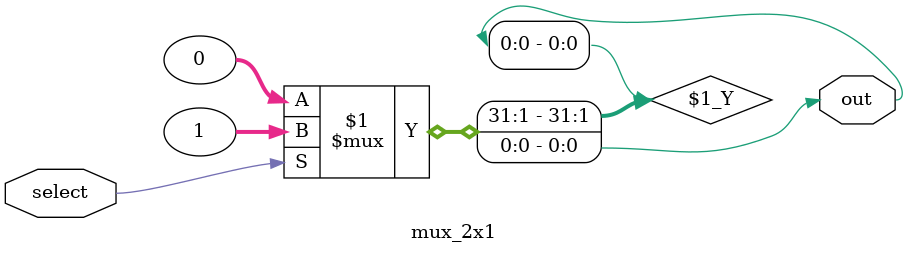
<source format=sv>
`timescale 1ns / 1ps


module mux_2x1 (
  input wire select,
  output wire out
);

assign out = (select) ? 1 : 0;
endmodule

</source>
